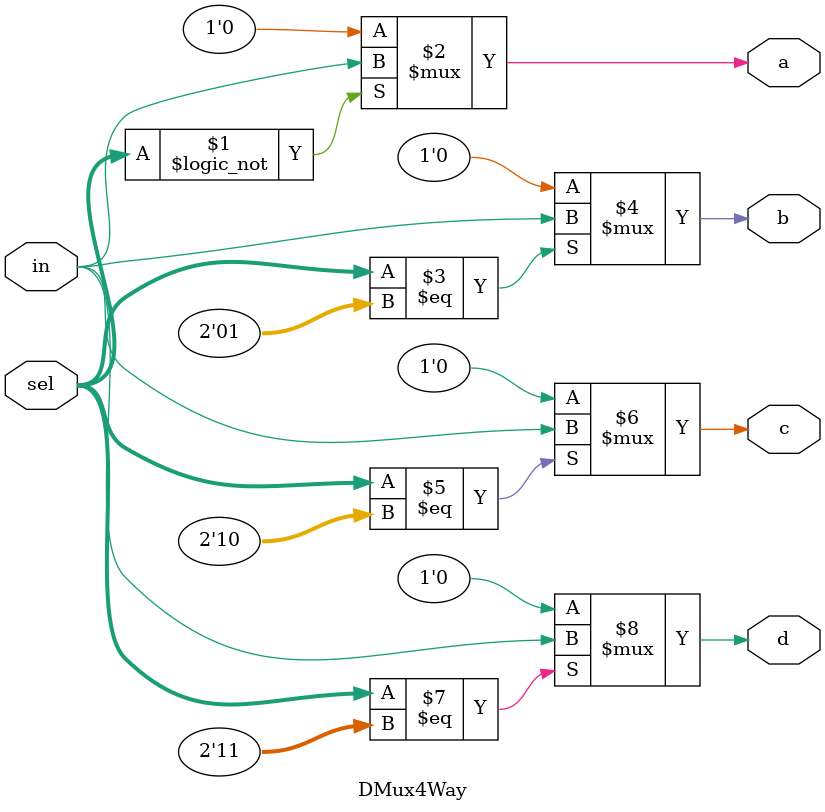
<source format=v>
/**
 * 4-way demultiplexor:
 * {a, b, c, d} = {in, 0, 0, 0} if sel == 00
 *                {0, in, 0, 0} if sel == 01
 *                {0, 0, in, 0} if sel == 10
 *                {0, 0, 0, in} if sel == 11
 */

`default_nettype none
module DMux4Way(
	input in,
	input [1:0] sel,
    output a,
	output b,
	output c,
	output d
);
	
	assign a = sel == 2'b00 ? in : 1'b0 ;
	assign b = sel == 2'b01 ? in : 1'b0 ;
	assign c = sel == 2'b10 ? in : 1'b0 ;
	assign d = sel == 2'b11 ? in : 1'b0 ;

endmodule

</source>
